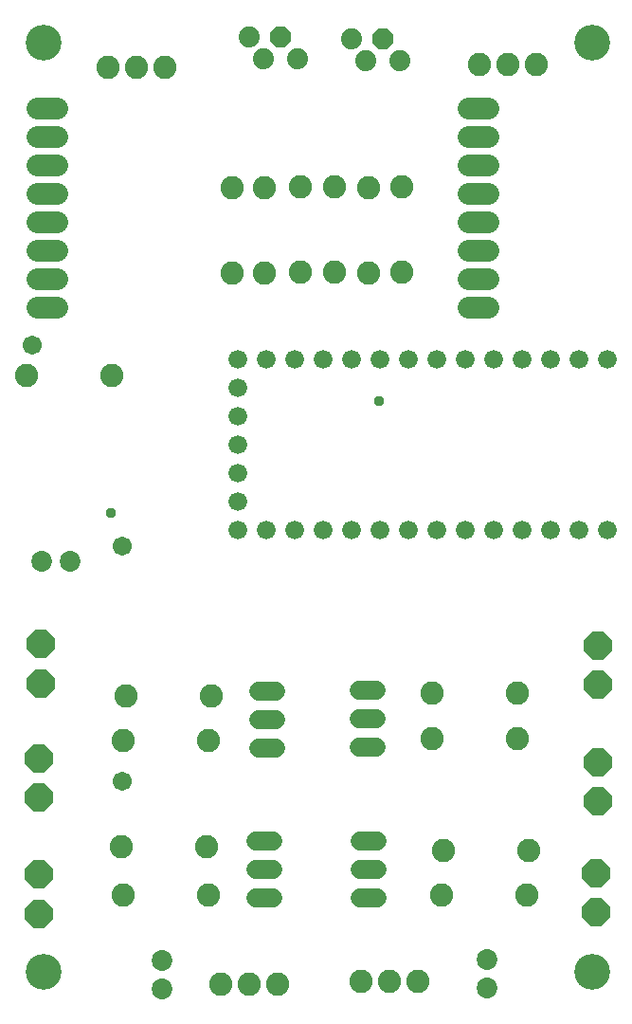
<source format=gbr>
G04 EAGLE Gerber RS-274X export*
G75*
%MOMM*%
%FSLAX34Y34*%
%LPD*%
%INSoldermask Bottom*%
%IPPOS*%
%AMOC8*
5,1,8,0,0,1.08239X$1,22.5*%
G01*
%ADD10C,3.203200*%
%ADD11C,1.854200*%
%ADD12C,1.727200*%
%ADD13C,1.879600*%
%ADD14P,2.034460X8X292.500000*%
%ADD15C,2.082800*%
%ADD16C,1.676400*%
%ADD17P,2.709439X8X112.500000*%
%ADD18P,2.709439X8X292.500000*%
%ADD19C,1.981200*%
%ADD20C,0.959600*%
%ADD21C,1.703200*%


D10*
X40000Y40000D03*
X530000Y40000D03*
X40000Y870000D03*
X530000Y870000D03*
D11*
X146300Y49900D03*
X146300Y24500D03*
X436300Y50700D03*
X436300Y25300D03*
X38500Y406300D03*
X63900Y406300D03*
D12*
X323080Y105800D02*
X338320Y105800D01*
X338320Y131200D02*
X323080Y131200D01*
X323080Y156600D02*
X338320Y156600D01*
D13*
X358190Y853916D03*
D14*
X342950Y873284D03*
D13*
X327710Y853916D03*
X315010Y873284D03*
X266690Y855316D03*
D14*
X251450Y874684D03*
D13*
X236210Y855316D03*
X223510Y874684D03*
D15*
X248800Y28800D03*
X223400Y28800D03*
X198000Y28800D03*
X323400Y31200D03*
X348800Y31200D03*
X374200Y31200D03*
X97900Y847400D03*
X123300Y847400D03*
X148700Y847400D03*
D12*
X229880Y157100D02*
X245120Y157100D01*
X245120Y131700D02*
X229880Y131700D01*
X229880Y106300D02*
X245120Y106300D01*
X322380Y241100D02*
X337620Y241100D01*
X337620Y266500D02*
X322380Y266500D01*
X322380Y291900D02*
X337620Y291900D01*
X247620Y290700D02*
X232380Y290700D01*
X232380Y265300D02*
X247620Y265300D01*
X247620Y239900D02*
X232380Y239900D01*
D15*
X330100Y663600D03*
X330100Y739800D03*
X397700Y148200D03*
X473900Y148200D03*
X396100Y108200D03*
X472300Y108200D03*
X269300Y664500D03*
X269300Y740700D03*
X208700Y664100D03*
X208700Y740300D03*
X190000Y286200D03*
X113800Y286200D03*
X110900Y246300D03*
X187100Y246300D03*
X360100Y664500D03*
X360100Y740700D03*
X237500Y664400D03*
X237500Y740600D03*
X101200Y572600D03*
X25000Y572600D03*
X300100Y664700D03*
X300100Y740900D03*
X185900Y151800D03*
X109700Y151800D03*
X387500Y248200D03*
X463700Y248200D03*
X110900Y108200D03*
X187100Y108200D03*
X463200Y289300D03*
X387000Y289300D03*
D16*
X518500Y586700D03*
X493100Y586700D03*
X467700Y586700D03*
X442300Y586700D03*
X493100Y434300D03*
X213700Y535900D03*
X416900Y586700D03*
X391500Y586700D03*
X366100Y586700D03*
X340700Y586700D03*
X315300Y586700D03*
X289900Y586700D03*
X264500Y586700D03*
X239100Y586700D03*
X213700Y586700D03*
X213700Y434300D03*
X239100Y434300D03*
X264500Y434300D03*
X289900Y434300D03*
X315300Y434300D03*
X340700Y434300D03*
X366100Y434300D03*
X391500Y434300D03*
X416900Y434300D03*
X442300Y434300D03*
X467700Y434300D03*
X518500Y434300D03*
X543900Y586700D03*
X213700Y510500D03*
X213700Y485100D03*
X213700Y459700D03*
X213700Y561300D03*
X543900Y434300D03*
D17*
X37500Y297700D03*
X37500Y332700D03*
D18*
X535000Y331200D03*
X535000Y296200D03*
D17*
X535000Y192400D03*
X535000Y227400D03*
X36100Y92000D03*
X36100Y127000D03*
X36100Y195600D03*
X36100Y230600D03*
D18*
X533900Y128300D03*
X533900Y93300D03*
D19*
X52190Y659100D02*
X34410Y659100D01*
X34410Y786100D02*
X52190Y786100D01*
X52190Y633700D02*
X34410Y633700D01*
X34410Y760700D02*
X52190Y760700D01*
X52190Y735300D02*
X34410Y735300D01*
X34410Y811500D02*
X52190Y811500D01*
X52190Y684500D02*
X34410Y684500D01*
X34410Y709900D02*
X52190Y709900D01*
X419310Y659100D02*
X437090Y659100D01*
X437090Y786100D02*
X419310Y786100D01*
X419310Y633700D02*
X437090Y633700D01*
X437090Y760700D02*
X419310Y760700D01*
X419310Y735300D02*
X437090Y735300D01*
X437090Y811500D02*
X419310Y811500D01*
X419310Y684500D02*
X437090Y684500D01*
X437090Y709900D02*
X419310Y709900D01*
D15*
X480000Y850000D03*
X454600Y850000D03*
X429200Y850000D03*
D20*
X100000Y450000D03*
D21*
X110000Y420000D03*
X110000Y210000D03*
X30000Y600000D03*
D20*
X340000Y550000D03*
M02*

</source>
